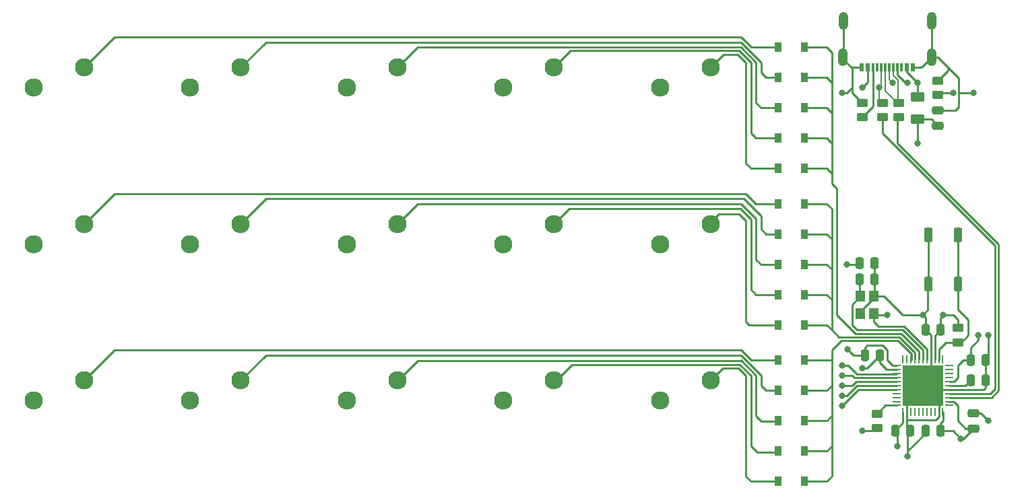
<source format=gtl>
%TF.GenerationSoftware,KiCad,Pcbnew,(6.0.7)*%
%TF.CreationDate,2023-02-20T15:38:16+01:00*%
%TF.ProjectId,Soundboard,536f756e-6462-46f6-9172-642e6b696361,rev?*%
%TF.SameCoordinates,Original*%
%TF.FileFunction,Copper,L1,Top*%
%TF.FilePolarity,Positive*%
%FSLAX46Y46*%
G04 Gerber Fmt 4.6, Leading zero omitted, Abs format (unit mm)*
G04 Created by KiCad (PCBNEW (6.0.7)) date 2023-02-20 15:38:16*
%MOMM*%
%LPD*%
G01*
G04 APERTURE LIST*
G04 Aperture macros list*
%AMRoundRect*
0 Rectangle with rounded corners*
0 $1 Rounding radius*
0 $2 $3 $4 $5 $6 $7 $8 $9 X,Y pos of 4 corners*
0 Add a 4 corners polygon primitive as box body*
4,1,4,$2,$3,$4,$5,$6,$7,$8,$9,$2,$3,0*
0 Add four circle primitives for the rounded corners*
1,1,$1+$1,$2,$3*
1,1,$1+$1,$4,$5*
1,1,$1+$1,$6,$7*
1,1,$1+$1,$8,$9*
0 Add four rect primitives between the rounded corners*
20,1,$1+$1,$2,$3,$4,$5,0*
20,1,$1+$1,$4,$5,$6,$7,0*
20,1,$1+$1,$6,$7,$8,$9,0*
20,1,$1+$1,$8,$9,$2,$3,0*%
G04 Aperture macros list end*
%TA.AperFunction,SMDPad,CuDef*%
%ADD10RoundRect,0.250000X-0.450000X0.262500X-0.450000X-0.262500X0.450000X-0.262500X0.450000X0.262500X0*%
%TD*%
%TA.AperFunction,SMDPad,CuDef*%
%ADD11RoundRect,0.250000X0.475000X-0.250000X0.475000X0.250000X-0.475000X0.250000X-0.475000X-0.250000X0*%
%TD*%
%TA.AperFunction,ComponentPad*%
%ADD12C,2.300000*%
%TD*%
%TA.AperFunction,SMDPad,CuDef*%
%ADD13RoundRect,0.250000X-0.250000X-0.475000X0.250000X-0.475000X0.250000X0.475000X-0.250000X0.475000X0*%
%TD*%
%TA.AperFunction,SMDPad,CuDef*%
%ADD14R,0.900000X1.200000*%
%TD*%
%TA.AperFunction,SMDPad,CuDef*%
%ADD15RoundRect,0.250000X-0.625000X0.375000X-0.625000X-0.375000X0.625000X-0.375000X0.625000X0.375000X0*%
%TD*%
%TA.AperFunction,SMDPad,CuDef*%
%ADD16RoundRect,0.275000X0.275000X-0.625000X0.275000X0.625000X-0.275000X0.625000X-0.275000X-0.625000X0*%
%TD*%
%TA.AperFunction,SMDPad,CuDef*%
%ADD17RoundRect,0.250000X0.250000X0.475000X-0.250000X0.475000X-0.250000X-0.475000X0.250000X-0.475000X0*%
%TD*%
%TA.AperFunction,SMDPad,CuDef*%
%ADD18RoundRect,0.062500X0.475000X0.062500X-0.475000X0.062500X-0.475000X-0.062500X0.475000X-0.062500X0*%
%TD*%
%TA.AperFunction,SMDPad,CuDef*%
%ADD19RoundRect,0.062500X0.062500X0.475000X-0.062500X0.475000X-0.062500X-0.475000X0.062500X-0.475000X0*%
%TD*%
%TA.AperFunction,SMDPad,CuDef*%
%ADD20R,5.200000X5.200000*%
%TD*%
%TA.AperFunction,SMDPad,CuDef*%
%ADD21RoundRect,0.250000X0.450000X-0.262500X0.450000X0.262500X-0.450000X0.262500X-0.450000X-0.262500X0*%
%TD*%
%TA.AperFunction,SMDPad,CuDef*%
%ADD22R,0.540000X1.100000*%
%TD*%
%TA.AperFunction,SMDPad,CuDef*%
%ADD23R,0.300000X1.100000*%
%TD*%
%TA.AperFunction,ComponentPad*%
%ADD24O,1.200000X2.250000*%
%TD*%
%TA.AperFunction,SMDPad,CuDef*%
%ADD25R,1.200000X1.400000*%
%TD*%
%TA.AperFunction,ViaPad*%
%ADD26C,0.800000*%
%TD*%
%TA.AperFunction,Conductor*%
%ADD27C,0.250000*%
%TD*%
%TA.AperFunction,Conductor*%
%ADD28C,0.200000*%
%TD*%
G04 APERTURE END LIST*
D10*
%TO.P,R3,1*%
%TO.N,USB_DATA-*%
X142367000Y-34925000D03*
%TO.P,R3,2*%
%TO.N,Net-(R3-Pad2)*%
X142367000Y-36750000D03*
%TD*%
%TO.P,R6,1*%
%TO.N,Net-(R6-Pad1)*%
X139700000Y-74017500D03*
%TO.P,R6,2*%
%TO.N,GND*%
X139700000Y-75842500D03*
%TD*%
D11*
%TO.P,C1,1*%
%TO.N,+5V*%
X147320000Y-37780000D03*
%TO.P,C1,2*%
%TO.N,GND*%
X147320000Y-35880000D03*
%TD*%
D12*
%TO.P,SW1,1,1*%
%TO.N,COL0*%
X33655000Y-33020000D03*
%TO.P,SW1,2,2*%
%TO.N,Net-(D1-Pad2)*%
X40005000Y-30480000D03*
%TD*%
%TO.P,SW6,1,1*%
%TO.N,COL0*%
X33655000Y-52705000D03*
%TO.P,SW6,2,2*%
%TO.N,Net-(D6-Pad2)*%
X40005000Y-50165000D03*
%TD*%
D13*
%TO.P,C9,1*%
%TO.N,Net-(C9-Pad1)*%
X137480000Y-55118000D03*
%TO.P,C9,2*%
%TO.N,GND*%
X139380000Y-55118000D03*
%TD*%
D12*
%TO.P,SW2,1,1*%
%TO.N,COL1*%
X53340000Y-33020000D03*
%TO.P,SW2,2,2*%
%TO.N,Net-(D2-Pad2)*%
X59690000Y-30480000D03*
%TD*%
D11*
%TO.P,C2,1*%
%TO.N,+5V*%
X151765000Y-75880000D03*
%TO.P,C2,2*%
%TO.N,GND*%
X151765000Y-73980000D03*
%TD*%
D13*
%TO.P,C5,1*%
%TO.N,+5V*%
X141925000Y-76200000D03*
%TO.P,C5,2*%
%TO.N,GND*%
X143825000Y-76200000D03*
%TD*%
D14*
%TO.P,D8,1,K*%
%TO.N,ROW1*%
X130555000Y-55245000D03*
%TO.P,D8,2,A*%
%TO.N,Net-(D8-Pad2)*%
X127255000Y-55245000D03*
%TD*%
%TO.P,D9,1,K*%
%TO.N,ROW1*%
X130555000Y-59055000D03*
%TO.P,D9,2,A*%
%TO.N,Net-(D9-Pad2)*%
X127255000Y-59055000D03*
%TD*%
%TO.P,D15,1,K*%
%TO.N,ROW2*%
X130555000Y-82550000D03*
%TO.P,D15,2,A*%
%TO.N,Net-(D15-Pad2)*%
X127255000Y-82550000D03*
%TD*%
D15*
%TO.P,F1,1*%
%TO.N,VCC*%
X144780000Y-34160000D03*
%TO.P,F1,2*%
%TO.N,+5V*%
X144780000Y-36960000D03*
%TD*%
D16*
%TO.P,SW_R1,1,1*%
%TO.N,GND*%
X146105000Y-51510000D03*
X146105000Y-57710000D03*
%TO.P,SW_R1,2,2*%
%TO.N,Net-(R5-Pad2)*%
X149805000Y-57710000D03*
X149805000Y-51510000D03*
%TD*%
D14*
%TO.P,D13,1,K*%
%TO.N,ROW2*%
X130555000Y-74930000D03*
%TO.P,D13,2,A*%
%TO.N,Net-(D13-Pad2)*%
X127255000Y-74930000D03*
%TD*%
D12*
%TO.P,SW5,1,1*%
%TO.N,COL4*%
X112395000Y-33020000D03*
%TO.P,SW5,2,2*%
%TO.N,Net-(D5-Pad2)*%
X118745000Y-30480000D03*
%TD*%
%TO.P,SW14,1,1*%
%TO.N,COL3*%
X92710000Y-72390000D03*
%TO.P,SW14,2,2*%
%TO.N,Net-(D14-Pad2)*%
X99060000Y-69850000D03*
%TD*%
D14*
%TO.P,D4,1,K*%
%TO.N,ROW0*%
X130555000Y-39370000D03*
%TO.P,D4,2,A*%
%TO.N,Net-(D4-Pad2)*%
X127255000Y-39370000D03*
%TD*%
D17*
%TO.P,C3,1*%
%TO.N,+5V*%
X147635000Y-63500000D03*
%TO.P,C3,2*%
%TO.N,GND*%
X145735000Y-63500000D03*
%TD*%
D18*
%TO.P,U1,1,PE6*%
%TO.N,unconnected-(U1-Pad1)*%
X148767500Y-73000000D03*
%TO.P,U1,2,UVCC*%
%TO.N,+5V*%
X148767500Y-72500000D03*
%TO.P,U1,3,D-*%
%TO.N,Net-(R3-Pad2)*%
X148767500Y-72000000D03*
%TO.P,U1,4,D+*%
%TO.N,Net-(R4-Pad2)*%
X148767500Y-71500000D03*
%TO.P,U1,5,UGND*%
%TO.N,GND*%
X148767500Y-71000000D03*
%TO.P,U1,6,UCAP*%
%TO.N,Net-(C10-Pad1)*%
X148767500Y-70500000D03*
%TO.P,U1,7,VBUS*%
%TO.N,+5V*%
X148767500Y-70000000D03*
%TO.P,U1,8,PB0*%
%TO.N,unconnected-(U1-Pad8)*%
X148767500Y-69500000D03*
%TO.P,U1,9,PB1*%
%TO.N,unconnected-(U1-Pad9)*%
X148767500Y-69000000D03*
%TO.P,U1,10,PB2*%
%TO.N,unconnected-(U1-Pad10)*%
X148767500Y-68500000D03*
%TO.P,U1,11,PB3*%
%TO.N,unconnected-(U1-Pad11)*%
X148767500Y-68000000D03*
D19*
%TO.P,U1,12,PB7*%
%TO.N,unconnected-(U1-Pad12)*%
X147930000Y-67162500D03*
%TO.P,U1,13,~{RESET}*%
%TO.N,Net-(R5-Pad2)*%
X147430000Y-67162500D03*
%TO.P,U1,14,VCC*%
%TO.N,+5V*%
X146930000Y-67162500D03*
%TO.P,U1,15,GND*%
%TO.N,GND*%
X146430000Y-67162500D03*
%TO.P,U1,16,XTAL2*%
%TO.N,Net-(C9-Pad1)*%
X145930000Y-67162500D03*
%TO.P,U1,17,XTAL1*%
%TO.N,Net-(C8-Pad2)*%
X145430000Y-67162500D03*
%TO.P,U1,18,PD0*%
%TO.N,ROW0*%
X144930000Y-67162500D03*
%TO.P,U1,19,PD1*%
%TO.N,ROW1*%
X144430000Y-67162500D03*
%TO.P,U1,20,PD2*%
%TO.N,ROW2*%
X143930000Y-67162500D03*
%TO.P,U1,21,PD3*%
%TO.N,unconnected-(U1-Pad21)*%
X143430000Y-67162500D03*
%TO.P,U1,22,PD5*%
%TO.N,unconnected-(U1-Pad22)*%
X142930000Y-67162500D03*
D18*
%TO.P,U1,23,GND*%
%TO.N,GND*%
X142092500Y-68000000D03*
%TO.P,U1,24,AVCC*%
%TO.N,+5V*%
X142092500Y-68500000D03*
%TO.P,U1,25,PD4*%
%TO.N,COL4*%
X142092500Y-69000000D03*
%TO.P,U1,26,PD6*%
%TO.N,COL3*%
X142092500Y-69500000D03*
%TO.P,U1,27,PD7*%
%TO.N,COL2*%
X142092500Y-70000000D03*
%TO.P,U1,28,PB4*%
%TO.N,COL1*%
X142092500Y-70500000D03*
%TO.P,U1,29,PB5*%
%TO.N,COL0*%
X142092500Y-71000000D03*
%TO.P,U1,30,PB6*%
%TO.N,unconnected-(U1-Pad30)*%
X142092500Y-71500000D03*
%TO.P,U1,31,PC6*%
%TO.N,unconnected-(U1-Pad31)*%
X142092500Y-72000000D03*
%TO.P,U1,32,PC7*%
%TO.N,unconnected-(U1-Pad32)*%
X142092500Y-72500000D03*
%TO.P,U1,33,~{HWB}/PE2*%
%TO.N,Net-(R6-Pad1)*%
X142092500Y-73000000D03*
D19*
%TO.P,U1,34,VCC*%
%TO.N,+5V*%
X142930000Y-73837500D03*
%TO.P,U1,35,GND*%
%TO.N,GND*%
X143430000Y-73837500D03*
%TO.P,U1,36,PF7*%
%TO.N,unconnected-(U1-Pad36)*%
X143930000Y-73837500D03*
%TO.P,U1,37,PF6*%
%TO.N,unconnected-(U1-Pad37)*%
X144430000Y-73837500D03*
%TO.P,U1,38,PF5*%
%TO.N,unconnected-(U1-Pad38)*%
X144930000Y-73837500D03*
%TO.P,U1,39,PF4*%
%TO.N,unconnected-(U1-Pad39)*%
X145430000Y-73837500D03*
%TO.P,U1,40,PF1*%
%TO.N,unconnected-(U1-Pad40)*%
X145930000Y-73837500D03*
%TO.P,U1,41,PF0*%
%TO.N,unconnected-(U1-Pad41)*%
X146430000Y-73837500D03*
%TO.P,U1,42,AREF*%
%TO.N,unconnected-(U1-Pad42)*%
X146930000Y-73837500D03*
%TO.P,U1,43,GND*%
%TO.N,GND*%
X147430000Y-73837500D03*
%TO.P,U1,44,AVCC*%
%TO.N,+5V*%
X147930000Y-73837500D03*
D20*
%TO.P,U1,45,GND*%
%TO.N,GND*%
X145430000Y-70500000D03*
%TD*%
D12*
%TO.P,SW8,1,1*%
%TO.N,COL2*%
X73025000Y-52705000D03*
%TO.P,SW8,2,2*%
%TO.N,Net-(D8-Pad2)*%
X79375000Y-50165000D03*
%TD*%
D21*
%TO.P,R1,1*%
%TO.N,Net-(J1-PadB5)*%
X137795000Y-36750000D03*
%TO.P,R1,2*%
%TO.N,GND*%
X137795000Y-34925000D03*
%TD*%
D14*
%TO.P,D11,1,K*%
%TO.N,ROW2*%
X130555000Y-67310000D03*
%TO.P,D11,2,A*%
%TO.N,Net-(D11-Pad2)*%
X127255000Y-67310000D03*
%TD*%
%TO.P,D6,1,K*%
%TO.N,ROW1*%
X130555000Y-47625000D03*
%TO.P,D6,2,A*%
%TO.N,Net-(D6-Pad2)*%
X127255000Y-47625000D03*
%TD*%
%TO.P,D12,1,K*%
%TO.N,ROW2*%
X130555000Y-71120000D03*
%TO.P,D12,2,A*%
%TO.N,Net-(D12-Pad2)*%
X127255000Y-71120000D03*
%TD*%
D12*
%TO.P,SW9,1,1*%
%TO.N,COL3*%
X92710000Y-52705000D03*
%TO.P,SW9,2,2*%
%TO.N,Net-(D9-Pad2)*%
X99060000Y-50165000D03*
%TD*%
%TO.P,SW15,1,1*%
%TO.N,COL4*%
X112395000Y-72390000D03*
%TO.P,SW15,2,2*%
%TO.N,Net-(D15-Pad2)*%
X118745000Y-69850000D03*
%TD*%
D17*
%TO.P,C6,1*%
%TO.N,+5V*%
X140015000Y-66675000D03*
%TO.P,C6,2*%
%TO.N,GND*%
X138115000Y-66675000D03*
%TD*%
D14*
%TO.P,D14,1,K*%
%TO.N,ROW2*%
X130555000Y-78740000D03*
%TO.P,D14,2,A*%
%TO.N,Net-(D14-Pad2)*%
X127255000Y-78740000D03*
%TD*%
D12*
%TO.P,SW12,1,1*%
%TO.N,COL1*%
X53340000Y-72390000D03*
%TO.P,SW12,2,2*%
%TO.N,Net-(D12-Pad2)*%
X59690000Y-69850000D03*
%TD*%
D14*
%TO.P,D5,1,K*%
%TO.N,ROW0*%
X130555000Y-43180000D03*
%TO.P,D5,2,A*%
%TO.N,Net-(D5-Pad2)*%
X127255000Y-43180000D03*
%TD*%
D12*
%TO.P,SW13,1,1*%
%TO.N,COL2*%
X73025000Y-72390000D03*
%TO.P,SW13,2,2*%
%TO.N,Net-(D13-Pad2)*%
X79375000Y-69850000D03*
%TD*%
D17*
%TO.P,C8,1*%
%TO.N,GND*%
X139380000Y-57150000D03*
%TO.P,C8,2*%
%TO.N,Net-(C8-Pad2)*%
X137480000Y-57150000D03*
%TD*%
D14*
%TO.P,D10,1,K*%
%TO.N,ROW1*%
X130555000Y-62865000D03*
%TO.P,D10,2,A*%
%TO.N,Net-(D10-Pad2)*%
X127255000Y-62865000D03*
%TD*%
D12*
%TO.P,SW4,1,1*%
%TO.N,COL3*%
X92710000Y-33020000D03*
%TO.P,SW4,2,2*%
%TO.N,Net-(D4-Pad2)*%
X99060000Y-30480000D03*
%TD*%
D22*
%TO.P,J1,A1,GND*%
%TO.N,GND*%
X144160000Y-30472500D03*
%TO.P,J1,A4,VBUS*%
%TO.N,VCC*%
X143410000Y-30472500D03*
D23*
%TO.P,J1,A5,CC1*%
%TO.N,Net-(J1-PadA5)*%
X142210000Y-30472500D03*
%TO.P,J1,A6,D+*%
%TO.N,USB_DATA+*%
X141210000Y-30472500D03*
%TO.P,J1,A7,D-*%
%TO.N,USB_DATA-*%
X140710000Y-30472500D03*
%TO.P,J1,A8,SBU1*%
%TO.N,unconnected-(J1-PadA8)*%
X139710000Y-30472500D03*
D22*
%TO.P,J1,A9,VBUS*%
%TO.N,VCC*%
X138510000Y-30472500D03*
%TO.P,J1,A12,GND*%
%TO.N,GND*%
X137760000Y-30472500D03*
%TO.P,J1,B1,GND*%
X137760000Y-30472500D03*
%TO.P,J1,B4,VBUS*%
%TO.N,VCC*%
X138510000Y-30472500D03*
D23*
%TO.P,J1,B5,CC2*%
%TO.N,Net-(J1-PadB5)*%
X139210000Y-30472500D03*
%TO.P,J1,B6,D+*%
%TO.N,USB_DATA+*%
X140210000Y-30472500D03*
%TO.P,J1,B7,D-*%
%TO.N,USB_DATA-*%
X141710000Y-30472500D03*
%TO.P,J1,B8,SBU2*%
%TO.N,unconnected-(J1-PadB8)*%
X142710000Y-30472500D03*
D22*
%TO.P,J1,B9,VBUS*%
%TO.N,VCC*%
X143410000Y-30472500D03*
%TO.P,J1,B12,GND*%
%TO.N,GND*%
X144160000Y-30472500D03*
D24*
%TO.P,J1,S1,SHIELD*%
X146555000Y-24592500D03*
X146535000Y-29192500D03*
X135385000Y-29192500D03*
X135405000Y-24592500D03*
%TD*%
D12*
%TO.P,SW11,1,1*%
%TO.N,COL0*%
X33655000Y-72390000D03*
%TO.P,SW11,2,2*%
%TO.N,Net-(D11-Pad2)*%
X40005000Y-69850000D03*
%TD*%
D13*
%TO.P,C10,1*%
%TO.N,Net-(C10-Pad1)*%
X151450000Y-69850000D03*
%TO.P,C10,2*%
%TO.N,GND*%
X153350000Y-69850000D03*
%TD*%
D12*
%TO.P,SW10,1,1*%
%TO.N,COL4*%
X112395000Y-52705000D03*
%TO.P,SW10,2,2*%
%TO.N,Net-(D10-Pad2)*%
X118745000Y-50165000D03*
%TD*%
D17*
%TO.P,C7,1*%
%TO.N,+5V*%
X147635000Y-76200000D03*
%TO.P,C7,2*%
%TO.N,GND*%
X145735000Y-76200000D03*
%TD*%
D10*
%TO.P,R2,1*%
%TO.N,USB_DATA+*%
X140335000Y-34925000D03*
%TO.P,R2,2*%
%TO.N,Net-(R4-Pad2)*%
X140335000Y-36750000D03*
%TD*%
D14*
%TO.P,D1,1,K*%
%TO.N,ROW0*%
X130555000Y-27940000D03*
%TO.P,D1,2,A*%
%TO.N,Net-(D1-Pad2)*%
X127255000Y-27940000D03*
%TD*%
D10*
%TO.P,R5,1*%
%TO.N,+5V*%
X149860000Y-63222500D03*
%TO.P,R5,2*%
%TO.N,Net-(R5-Pad2)*%
X149860000Y-65047500D03*
%TD*%
D14*
%TO.P,D2,1,K*%
%TO.N,ROW0*%
X130555000Y-31750000D03*
%TO.P,D2,2,A*%
%TO.N,Net-(D2-Pad2)*%
X127255000Y-31750000D03*
%TD*%
D12*
%TO.P,SW7,1,1*%
%TO.N,COL1*%
X53340000Y-52705000D03*
%TO.P,SW7,2,2*%
%TO.N,Net-(D7-Pad2)*%
X59690000Y-50165000D03*
%TD*%
D21*
%TO.P,R4,1*%
%TO.N,Net-(J1-PadA5)*%
X147320000Y-33932500D03*
%TO.P,R4,2*%
%TO.N,GND*%
X147320000Y-32107500D03*
%TD*%
D12*
%TO.P,SW3,1,1*%
%TO.N,COL2*%
X73025000Y-33020000D03*
%TO.P,SW3,2,2*%
%TO.N,Net-(D3-Pad2)*%
X79375000Y-30480000D03*
%TD*%
D14*
%TO.P,D3,1,K*%
%TO.N,ROW0*%
X130555000Y-35560000D03*
%TO.P,D3,2,A*%
%TO.N,Net-(D3-Pad2)*%
X127255000Y-35560000D03*
%TD*%
D13*
%TO.P,C4,1*%
%TO.N,+5V*%
X151450000Y-67310000D03*
%TO.P,C4,2*%
%TO.N,GND*%
X153350000Y-67310000D03*
%TD*%
D14*
%TO.P,D7,1,K*%
%TO.N,ROW1*%
X130555000Y-51435000D03*
%TO.P,D7,2,A*%
%TO.N,Net-(D7-Pad2)*%
X127255000Y-51435000D03*
%TD*%
D25*
%TO.P,Y1,1,1*%
%TO.N,Net-(C9-Pad1)*%
X139280000Y-61425000D03*
%TO.P,Y1,2,2*%
%TO.N,GND*%
X139280000Y-59225000D03*
%TO.P,Y1,3,3*%
%TO.N,Net-(C8-Pad2)*%
X137580000Y-59225000D03*
%TO.P,Y1,4,4*%
%TO.N,GND*%
X137580000Y-61425000D03*
%TD*%
D26*
%TO.N,VCC*%
X137795000Y-33020000D03*
X144780000Y-32385000D03*
%TO.N,GND*%
X137795000Y-76200000D03*
X135255000Y-33655000D03*
X145415000Y-61595000D03*
X153670000Y-74930000D03*
X151765000Y-33655000D03*
X153670000Y-64135000D03*
X143510000Y-79375000D03*
X135980000Y-65950000D03*
%TO.N,USB_DATA+*%
X141605000Y-32385000D03*
X139934500Y-33020000D03*
%TO.N,+5V*%
X137795000Y-68325500D03*
X152400000Y-64135000D03*
X150177500Y-77152500D03*
X147955000Y-61595000D03*
X142240000Y-78105000D03*
X144780000Y-40005000D03*
%TO.N,Net-(C9-Pad1)*%
X140970000Y-61595000D03*
X135890000Y-55245000D03*
%TO.N,Net-(J1-PadA5)*%
X149225000Y-33655000D03*
X143510000Y-32385000D03*
%TO.N,COL0*%
X135255000Y-73025000D03*
%TO.N,COL1*%
X135255000Y-71755000D03*
%TO.N,COL2*%
X135255000Y-70485000D03*
%TO.N,COL3*%
X135255000Y-69215000D03*
%TO.N,COL4*%
X135255000Y-67945000D03*
%TD*%
D27*
%TO.N,Net-(D2-Pad2)*%
X125095000Y-29840812D02*
X125095000Y-31115000D01*
X122559188Y-27305000D02*
X125095000Y-29840812D01*
X62865000Y-27305000D02*
X122559188Y-27305000D01*
X125095000Y-31115000D02*
X125730000Y-31750000D01*
X125730000Y-31750000D02*
X127255000Y-31750000D01*
X59690000Y-30480000D02*
X62865000Y-27305000D01*
%TO.N,Net-(D3-Pad2)*%
X122532301Y-27914509D02*
X124460000Y-29842208D01*
X83210491Y-27914509D02*
X122532301Y-27914509D01*
X124460000Y-29842208D02*
X124460000Y-34925000D01*
X124460000Y-34925000D02*
X125095000Y-35560000D01*
X83185000Y-27940000D02*
X83210491Y-27914509D01*
X81915000Y-27940000D02*
X83185000Y-27940000D01*
X125095000Y-35560000D02*
X127255000Y-35560000D01*
X79375000Y-30480000D02*
X81915000Y-27940000D01*
%TO.N,Net-(D4-Pad2)*%
X123825000Y-38735000D02*
X124460000Y-39370000D01*
X99060000Y-30480000D02*
X101175491Y-28364509D01*
X122345905Y-28364509D02*
X123825000Y-29843604D01*
X124460000Y-39370000D02*
X127255000Y-39370000D01*
X101175491Y-28364509D02*
X122345905Y-28364509D01*
X123825000Y-29843604D02*
X123825000Y-38735000D01*
%TO.N,Net-(D5-Pad2)*%
X123190000Y-42545000D02*
X123825000Y-43180000D01*
X123825000Y-43180000D02*
X127255000Y-43180000D01*
X120410491Y-28814509D02*
X122159509Y-28814509D01*
X118745000Y-30480000D02*
X120410491Y-28814509D01*
X122159509Y-28814509D02*
X123190000Y-29845000D01*
X123190000Y-29845000D02*
X123190000Y-42545000D01*
%TO.N,Net-(D6-Pad2)*%
X39999416Y-50165000D02*
X43809416Y-46355000D01*
X124460000Y-47625000D02*
X127249416Y-47625000D01*
X43809416Y-46355000D02*
X123190000Y-46355000D01*
X123190000Y-46355000D02*
X124460000Y-47625000D01*
%TO.N,VCC*%
X143410000Y-30472500D02*
X143410000Y-31015000D01*
X144780000Y-32385000D02*
X144780000Y-34160000D01*
X143410000Y-31015000D02*
X144780000Y-32385000D01*
X138510000Y-30472500D02*
X138510000Y-32305000D01*
X138510000Y-32305000D02*
X137795000Y-33020000D01*
%TO.N,GND*%
X140335000Y-65405000D02*
X140970000Y-66040000D01*
X135385000Y-29427401D02*
X136430099Y-30472500D01*
X153670000Y-66990000D02*
X153350000Y-67310000D01*
X138115000Y-66675000D02*
X138115000Y-65720000D01*
X141660000Y-68000000D02*
X142092500Y-68000000D01*
X146535000Y-24612500D02*
X146555000Y-24592500D01*
X135255000Y-33655000D02*
X135890000Y-33655000D01*
X147430000Y-73837500D02*
X147430000Y-72500000D01*
X149950000Y-31840000D02*
X149950000Y-33565000D01*
X143430000Y-75805000D02*
X143430000Y-74850000D01*
X149540000Y-35880000D02*
X147320000Y-35880000D01*
X148767500Y-71000000D02*
X145930000Y-71000000D01*
X147430000Y-72500000D02*
X145430000Y-70500000D01*
X143510000Y-79375000D02*
X143510000Y-78740000D01*
X146535000Y-29192500D02*
X146535000Y-24612500D01*
X149950000Y-33565000D02*
X149950000Y-35470000D01*
X145930000Y-71000000D02*
X145430000Y-70500000D01*
X146535000Y-29192500D02*
X147302500Y-29192500D01*
X138115000Y-65720000D02*
X138430000Y-65405000D01*
X149950000Y-33565000D02*
X150040000Y-33655000D01*
X139380000Y-55118000D02*
X139380000Y-57150000D01*
X145735000Y-63500000D02*
X146430000Y-64195000D01*
X135385000Y-29192500D02*
X135385000Y-29427401D01*
X146105000Y-51510000D02*
X146105000Y-57710000D01*
X148767500Y-71000000D02*
X148817500Y-71050000D01*
X136705000Y-66675000D02*
X138115000Y-66675000D01*
X136430099Y-30472500D02*
X136532500Y-30472500D01*
X153670000Y-64135000D02*
X153670000Y-66990000D01*
X139280000Y-59225000D02*
X140505000Y-59225000D01*
X143510000Y-76515000D02*
X143825000Y-76200000D01*
X146430000Y-69500000D02*
X145430000Y-70500000D01*
X140970000Y-66040000D02*
X140970000Y-67310000D01*
X144160000Y-30472500D02*
X145255000Y-30472500D01*
X135980000Y-65950000D02*
X136705000Y-66675000D01*
X145415000Y-61595000D02*
X146050000Y-60960000D01*
X148590000Y-30837500D02*
X148590000Y-30480000D01*
X143825000Y-76200000D02*
X143430000Y-75805000D01*
X142240000Y-60960000D02*
X142875000Y-61595000D01*
X143430000Y-73837500D02*
X143430000Y-72500000D01*
X153350000Y-67310000D02*
X153350000Y-69850000D01*
X135405000Y-29172500D02*
X135385000Y-29192500D01*
X137580000Y-61175000D02*
X137580000Y-61425000D01*
X147302500Y-29192500D02*
X148590000Y-30480000D01*
X146430000Y-67162500D02*
X146430000Y-69500000D01*
X153350000Y-70735000D02*
X153350000Y-69850000D01*
X143430000Y-72500000D02*
X145430000Y-70500000D01*
X136525000Y-30480000D02*
X136532500Y-30472500D01*
X137795000Y-76200000D02*
X139342500Y-76200000D01*
X139380000Y-59125000D02*
X139280000Y-59225000D01*
X140505000Y-59225000D02*
X142240000Y-60960000D01*
X152715000Y-73980000D02*
X151765000Y-73980000D01*
X139280000Y-59225000D02*
X139280000Y-59475000D01*
X143510000Y-79375000D02*
X143510000Y-76515000D01*
X138430000Y-65405000D02*
X140335000Y-65405000D01*
X150040000Y-33655000D02*
X151765000Y-33655000D01*
X145735000Y-76515000D02*
X145735000Y-76200000D01*
X145255000Y-30472500D02*
X146535000Y-29192500D01*
X147003008Y-74850000D02*
X147430000Y-74423008D01*
X143430000Y-74850000D02*
X143430000Y-73837500D01*
X139280000Y-59475000D02*
X137580000Y-61175000D01*
X145735000Y-63500000D02*
X145735000Y-61915000D01*
X142875000Y-61595000D02*
X145415000Y-61595000D01*
X148817500Y-71050000D02*
X153035000Y-71050000D01*
X153035000Y-71050000D02*
X153350000Y-70735000D01*
X143510000Y-78740000D02*
X145735000Y-76515000D01*
X146050000Y-60960000D02*
X146050000Y-57765000D01*
X135890000Y-33655000D02*
X136525000Y-33020000D01*
X145735000Y-61915000D02*
X145415000Y-61595000D01*
X139380000Y-57150000D02*
X139380000Y-59125000D01*
X146430000Y-64195000D02*
X146430000Y-67162500D01*
X146050000Y-57765000D02*
X146105000Y-57710000D01*
X149950000Y-35470000D02*
X149540000Y-35880000D01*
X136525000Y-33655000D02*
X136525000Y-30480000D01*
X153665000Y-74930000D02*
X152715000Y-73980000D01*
X137795000Y-34925000D02*
X136525000Y-33655000D01*
X147430000Y-74423008D02*
X147430000Y-73837500D01*
X135405000Y-24592500D02*
X135405000Y-29172500D01*
X143430000Y-74850000D02*
X147003008Y-74850000D01*
X147320000Y-32107500D02*
X148590000Y-30837500D01*
X136532500Y-30472500D02*
X137760000Y-30472500D01*
X148590000Y-30480000D02*
X149950000Y-31840000D01*
X139342500Y-76200000D02*
X139700000Y-75842500D01*
X153670000Y-74930000D02*
X153665000Y-74930000D01*
X140970000Y-67310000D02*
X141660000Y-68000000D01*
D28*
%TO.N,USB_DATA-*%
X142305000Y-34860000D02*
X142240000Y-34925000D01*
X140710000Y-33395000D02*
X142240000Y-34925000D01*
X141710000Y-30472500D02*
X141710000Y-31500050D01*
X142305000Y-32095050D02*
X142305000Y-34860000D01*
X141710000Y-31500050D02*
X142305000Y-32095050D01*
X140710000Y-30472500D02*
X140710000Y-33395000D01*
%TO.N,USB_DATA+*%
X140210000Y-32744500D02*
X139934500Y-33020000D01*
X139934500Y-34524500D02*
X140335000Y-34925000D01*
X141210000Y-30472500D02*
X141210000Y-31990000D01*
X140210000Y-30472500D02*
X140210000Y-32744500D01*
X139934500Y-33020000D02*
X139934500Y-34524500D01*
X141210000Y-31990000D02*
X141605000Y-32385000D01*
D27*
%TO.N,Net-(D7-Pad2)*%
X59687906Y-50165000D02*
X62862906Y-46990000D01*
X62862906Y-46990000D02*
X122873547Y-46990000D01*
X125727906Y-51435000D02*
X127252906Y-51435000D01*
X122873547Y-46990000D02*
X125092906Y-49209359D01*
X125092906Y-49209359D02*
X125092906Y-50800000D01*
X125092906Y-50800000D02*
X125727906Y-51435000D01*
%TO.N,Net-(D9-Pad2)*%
X124460000Y-59055698D02*
X127255000Y-59055698D01*
X123825000Y-49555492D02*
X123825000Y-58420698D01*
X99060000Y-50165698D02*
X100965698Y-48260000D01*
X123825000Y-58420698D02*
X124460000Y-59055698D01*
X100965698Y-48260000D02*
X122529508Y-48260000D01*
X122529508Y-48260000D02*
X123825000Y-49555492D01*
%TO.N,Net-(D10-Pad2)*%
X123190000Y-49785000D02*
X123190000Y-62485000D01*
X123570000Y-62865000D02*
X127000000Y-62865000D01*
X122300000Y-48895000D02*
X123190000Y-49785000D01*
X118490000Y-50165000D02*
X119760000Y-48895000D01*
X119760000Y-48895000D02*
X122300000Y-48895000D01*
X123190000Y-62485000D02*
X123570000Y-62865000D01*
%TO.N,Net-(D11-Pad2)*%
X123827792Y-67310000D02*
X127252208Y-67310000D01*
X40002208Y-69850000D02*
X43812208Y-66040000D01*
X122557792Y-66040000D02*
X123827792Y-67310000D01*
X43812208Y-66040000D02*
X122557792Y-66040000D01*
%TO.N,Net-(D12-Pad2)*%
X59687906Y-69850000D02*
X62862906Y-66675000D01*
X125092906Y-69210812D02*
X125092906Y-70485000D01*
X125092906Y-70485000D02*
X125727906Y-71120000D01*
X125727906Y-71120000D02*
X127252906Y-71120000D01*
X122557094Y-66675000D02*
X125092906Y-69210812D01*
X62862906Y-66675000D02*
X122557094Y-66675000D01*
%TO.N,Net-(D13-Pad2)*%
X122542952Y-67322048D02*
X124458604Y-69237699D01*
X79373604Y-69875491D02*
X81913604Y-67335491D01*
X124458604Y-69237699D02*
X124458604Y-74320491D01*
X124458604Y-74320491D02*
X125093604Y-74955491D01*
X81913604Y-67335491D02*
X122529509Y-67335491D01*
X125093604Y-74955491D02*
X127253604Y-74955491D01*
%TO.N,Net-(D14-Pad2)*%
X101280038Y-67840452D02*
X122424960Y-67840452D01*
X123825000Y-78106396D02*
X124564547Y-78845943D01*
X99164547Y-69955943D02*
X101280038Y-67840452D01*
X122424960Y-67840452D02*
X123825000Y-69240492D01*
X124564547Y-78845943D02*
X127359547Y-78845943D01*
X123825000Y-69240492D02*
X123825000Y-78106396D01*
%TO.N,+5V*%
X147955000Y-61595000D02*
X149225000Y-61595000D01*
X147635000Y-63500000D02*
X147635000Y-61915000D01*
X147955000Y-73862500D02*
X147930000Y-73837500D01*
X149225000Y-61595000D02*
X149860000Y-62230000D01*
X150492500Y-77152500D02*
X151765000Y-75880000D01*
X147635000Y-61915000D02*
X147955000Y-61595000D01*
X147635000Y-75250000D02*
X147955000Y-74930000D01*
X147635000Y-63500000D02*
X146930000Y-64205000D01*
X146930000Y-64205000D02*
X146930000Y-67162500D01*
X150177500Y-77152500D02*
X149225000Y-76200000D01*
X147635000Y-76200000D02*
X147635000Y-75250000D01*
X138364500Y-68325500D02*
X137795000Y-68325500D01*
X141925000Y-76200000D02*
X142930000Y-75195000D01*
X149860000Y-62230000D02*
X149860000Y-63222500D01*
X144780000Y-40005000D02*
X144780000Y-36960000D01*
X146500000Y-36960000D02*
X147320000Y-37780000D01*
X151765000Y-75880000D02*
X150810000Y-75880000D01*
X149860000Y-67945000D02*
X150495000Y-67310000D01*
X140015000Y-66675000D02*
X138364500Y-68325500D01*
X150177500Y-77152500D02*
X150492500Y-77152500D01*
X149225000Y-76200000D02*
X147635000Y-76200000D01*
X152400000Y-64135000D02*
X152400000Y-64770000D01*
X149860000Y-69493008D02*
X149860000Y-67945000D01*
X146500000Y-36960000D02*
X144780000Y-36960000D01*
X147955000Y-74930000D02*
X147955000Y-73862500D01*
X140890000Y-68500000D02*
X140015000Y-67625000D01*
X151450000Y-65720000D02*
X151450000Y-67310000D01*
X150495000Y-67310000D02*
X151450000Y-67310000D01*
X142240000Y-78105000D02*
X142240000Y-76515000D01*
X149353008Y-70000000D02*
X149860000Y-69493008D01*
X142092500Y-68500000D02*
X140890000Y-68500000D01*
X149860000Y-74930000D02*
X149860000Y-73006992D01*
X148767500Y-70000000D02*
X149353008Y-70000000D01*
X152400000Y-64770000D02*
X151450000Y-65720000D01*
X142240000Y-76515000D02*
X141925000Y-76200000D01*
X149860000Y-73006992D02*
X149353008Y-72500000D01*
X142930000Y-75195000D02*
X142930000Y-73837500D01*
X149353008Y-72500000D02*
X148767500Y-72500000D01*
X140015000Y-67625000D02*
X140015000Y-66675000D01*
X150810000Y-75880000D02*
X149860000Y-74930000D01*
%TO.N,Net-(C8-Pad2)*%
X137160000Y-63500000D02*
X142879188Y-63500000D01*
X142879188Y-63500000D02*
X145430000Y-66050812D01*
X136525000Y-62865000D02*
X137160000Y-63500000D01*
X145430000Y-66050812D02*
X145430000Y-67162500D01*
X137480000Y-57150000D02*
X137480000Y-59125000D01*
X137580000Y-59270000D02*
X136525000Y-60325000D01*
X137480000Y-59125000D02*
X137580000Y-59225000D01*
X136525000Y-60325000D02*
X136525000Y-62865000D01*
X137580000Y-59225000D02*
X137580000Y-59270000D01*
%TO.N,Net-(C9-Pad1)*%
X139885000Y-63050000D02*
X143065584Y-63050000D01*
X143065584Y-63050000D02*
X145930000Y-65914416D01*
X145930000Y-65914416D02*
X145930000Y-67162500D01*
X139450000Y-61595000D02*
X139280000Y-61425000D01*
X140970000Y-61595000D02*
X139450000Y-61595000D01*
X137353000Y-55245000D02*
X135890000Y-55245000D01*
X139280000Y-61425000D02*
X139280000Y-62445000D01*
X137480000Y-55118000D02*
X137353000Y-55245000D01*
X139280000Y-62445000D02*
X139885000Y-63050000D01*
%TO.N,Net-(C10-Pad1)*%
X148767500Y-70500000D02*
X150800000Y-70500000D01*
X150800000Y-70500000D02*
X151450000Y-69850000D01*
%TO.N,ROW0*%
X134620000Y-61596396D02*
X136973604Y-63950000D01*
X133350000Y-39370000D02*
X133985000Y-40005000D01*
X130555000Y-27940000D02*
X133350000Y-27940000D01*
X133985000Y-45085000D02*
X134620000Y-45720000D01*
X134620000Y-45720000D02*
X134620000Y-61596396D01*
X130555000Y-43180000D02*
X133350000Y-43180000D01*
X133350000Y-43180000D02*
X133985000Y-43815000D01*
X133350000Y-35560000D02*
X133985000Y-36195000D01*
X142692792Y-63950000D02*
X144930000Y-66187208D01*
X133985000Y-28575000D02*
X133985000Y-45085000D01*
X130555000Y-31750000D02*
X133350000Y-31750000D01*
X133350000Y-27940000D02*
X133985000Y-28575000D01*
X136973604Y-63950000D02*
X142692792Y-63950000D01*
X130555000Y-35560000D02*
X133350000Y-35560000D01*
X144930000Y-66187208D02*
X144930000Y-67162500D01*
X130555000Y-39370000D02*
X133350000Y-39370000D01*
X133350000Y-31750000D02*
X133985000Y-32385000D01*
%TO.N,Net-(D1-Pad2)*%
X43815000Y-26670000D02*
X122560584Y-26670000D01*
X40005000Y-30480000D02*
X43815000Y-26670000D01*
X122560584Y-26670000D02*
X123830584Y-27940000D01*
X123830584Y-27940000D02*
X127255000Y-27940000D01*
%TO.N,ROW1*%
X133985000Y-48260000D02*
X133985000Y-63501396D01*
X133350000Y-62865000D02*
X133985000Y-63500000D01*
X133350000Y-51435000D02*
X133985000Y-52070000D01*
X134883604Y-64400000D02*
X142506396Y-64400000D01*
X130555000Y-55245000D02*
X133350000Y-55245000D01*
X144430000Y-66323604D02*
X144430000Y-67162500D01*
X130555000Y-59055000D02*
X133350000Y-59055000D01*
X130555000Y-62865000D02*
X133350000Y-62865000D01*
X133350000Y-59055000D02*
X133985000Y-59690000D01*
X142506396Y-64400000D02*
X144430000Y-66323604D01*
X130555000Y-51435000D02*
X133350000Y-51435000D01*
X133350000Y-55245000D02*
X133985000Y-55880000D01*
X133985000Y-63501396D02*
X134883604Y-64400000D01*
X133350000Y-47625000D02*
X133985000Y-48260000D01*
X130555000Y-47625000D02*
X133350000Y-47625000D01*
%TO.N,ROW2*%
X133350000Y-78740000D02*
X133985000Y-78105000D01*
X130555000Y-82550000D02*
X133350000Y-82550000D01*
X133985000Y-81915000D02*
X133985000Y-67310000D01*
X130555000Y-78740000D02*
X133350000Y-78740000D01*
X133350000Y-82550000D02*
X133985000Y-81915000D01*
X133985000Y-66040000D02*
X135175000Y-64850000D01*
X130555000Y-67310000D02*
X133985000Y-67310000D01*
X135175000Y-64850000D02*
X142320000Y-64850000D01*
X130555000Y-74930000D02*
X133350000Y-74930000D01*
X133350000Y-74930000D02*
X133985000Y-74295000D01*
X133985000Y-67310000D02*
X133985000Y-66040000D01*
X143980000Y-66510000D02*
X143980000Y-67310000D01*
X133350000Y-71120000D02*
X133985000Y-70485000D01*
X142320000Y-64850000D02*
X143980000Y-66510000D01*
X130555000Y-71120000D02*
X133350000Y-71120000D01*
%TO.N,Net-(D8-Pad2)*%
X125093604Y-55270491D02*
X127253604Y-55270491D01*
X81915000Y-47625000D02*
X122542952Y-47625000D01*
X79373604Y-50190491D02*
X81913604Y-47650491D01*
X122542952Y-47625000D02*
X124458604Y-49540652D01*
X124458604Y-49540652D02*
X124458604Y-54635491D01*
X124458604Y-54635491D02*
X125093604Y-55270491D01*
%TO.N,Net-(D15-Pad2)*%
X122238564Y-68290452D02*
X123190000Y-69241888D01*
X123190000Y-69241888D02*
X123190000Y-81915000D01*
X123825000Y-82550000D02*
X127255000Y-82550000D01*
X123190000Y-81915000D02*
X123825000Y-82550000D01*
X120304548Y-68290452D02*
X122238564Y-68290452D01*
X118745000Y-69850000D02*
X120304548Y-68290452D01*
%TO.N,Net-(J1-PadA5)*%
X149225000Y-33655000D02*
X147597500Y-33655000D01*
X142235000Y-31347500D02*
X142235000Y-30480000D01*
X147597500Y-33655000D02*
X147320000Y-33932500D01*
X143510000Y-32385000D02*
X143272500Y-32385000D01*
X143272500Y-32385000D02*
X142235000Y-31347500D01*
%TO.N,Net-(J1-PadB5)*%
X137795000Y-36750000D02*
X139210000Y-35335000D01*
X139210000Y-35335000D02*
X139210000Y-30472500D01*
%TO.N,Net-(R3-Pad2)*%
X154940000Y-52705000D02*
X142240000Y-40005000D01*
X142240000Y-36877000D02*
X142367000Y-36750000D01*
X148767500Y-72000000D02*
X154061396Y-72000000D01*
X154940000Y-71121396D02*
X154940000Y-52705000D01*
X142240000Y-40005000D02*
X142240000Y-36877000D01*
X154061396Y-72000000D02*
X154940000Y-71121396D01*
%TO.N,Net-(R4-Pad2)*%
X154490000Y-52891396D02*
X140970000Y-39371396D01*
X140970000Y-39370000D02*
X140335000Y-38735000D01*
X154490000Y-70935000D02*
X154490000Y-52891396D01*
X140335000Y-38735000D02*
X140335000Y-36750000D01*
X148767500Y-71500000D02*
X153925000Y-71500000D01*
X153925000Y-71500000D02*
X154490000Y-70935000D01*
X140970000Y-39371396D02*
X140970000Y-39370000D01*
%TO.N,Net-(R5-Pad2)*%
X151130000Y-62230000D02*
X151130000Y-64135000D01*
X150217500Y-65047500D02*
X149860000Y-65047500D01*
X149805000Y-57710000D02*
X149805000Y-60905000D01*
X149805000Y-60905000D02*
X151130000Y-62230000D01*
X147430000Y-65930000D02*
X148312500Y-65047500D01*
X147430000Y-67162500D02*
X147430000Y-65930000D01*
X149805000Y-51510000D02*
X149805000Y-57710000D01*
X148312500Y-65047500D02*
X149860000Y-65047500D01*
X151130000Y-64135000D02*
X150217500Y-65047500D01*
%TO.N,Net-(R6-Pad1)*%
X139700000Y-74017500D02*
X140717500Y-73000000D01*
X140717500Y-73000000D02*
X142092500Y-73000000D01*
%TO.N,COL0*%
X135257792Y-73025000D02*
X135255000Y-73025000D01*
X142092500Y-71000000D02*
X137282792Y-71000000D01*
X137282792Y-71000000D02*
X135257792Y-73025000D01*
%TO.N,COL1*%
X135255000Y-71755000D02*
X135891396Y-71755000D01*
X142078198Y-70485698D02*
X142092500Y-70500000D01*
X137160698Y-70485698D02*
X142078198Y-70485698D01*
X135891396Y-71755000D02*
X137160698Y-70485698D01*
%TO.N,COL2*%
X137010000Y-70000000D02*
X136525000Y-70485000D01*
X142092500Y-70000000D02*
X137010000Y-70000000D01*
X136525000Y-70485000D02*
X135255000Y-70485000D01*
%TO.N,COL3*%
X136525000Y-69215000D02*
X135255000Y-69215000D01*
X142092500Y-69500000D02*
X136810000Y-69500000D01*
X136810000Y-69500000D02*
X136525000Y-69215000D01*
%TO.N,COL4*%
X136055000Y-67945000D02*
X137160000Y-69050000D01*
X135255000Y-67945000D02*
X136055000Y-67945000D01*
X142092500Y-69000000D02*
X142042500Y-69050000D01*
X142042500Y-69050000D02*
X137160000Y-69050000D01*
%TD*%
M02*

</source>
